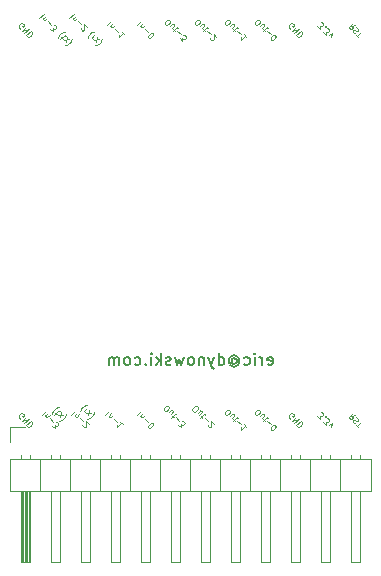
<source format=gbr>
%TF.GenerationSoftware,KiCad,Pcbnew,(6.0.9-0)*%
%TF.CreationDate,2022-11-13T08:04:19-06:00*%
%TF.ProjectId,ProgramingAddOn,50726f67-7261-46d6-996e-674164644f6e,rev?*%
%TF.SameCoordinates,Original*%
%TF.FileFunction,Legend,Bot*%
%TF.FilePolarity,Positive*%
%FSLAX46Y46*%
G04 Gerber Fmt 4.6, Leading zero omitted, Abs format (unit mm)*
G04 Created by KiCad (PCBNEW (6.0.9-0)) date 2022-11-13 08:04:19*
%MOMM*%
%LPD*%
G01*
G04 APERTURE LIST*
%ADD10C,0.100000*%
%ADD11C,0.150000*%
%ADD12C,0.120000*%
G04 APERTURE END LIST*
D10*
X88201311Y-81603536D02*
X88420177Y-81822402D01*
X88437013Y-81569864D01*
X88487521Y-81620372D01*
X88538028Y-81637208D01*
X88571700Y-81637208D01*
X88622208Y-81620372D01*
X88706387Y-81536192D01*
X88723223Y-81485685D01*
X88723223Y-81452013D01*
X88706387Y-81401505D01*
X88605372Y-81300490D01*
X88554864Y-81283654D01*
X88521192Y-81283654D01*
X88891582Y-81654043D02*
X88925253Y-81654043D01*
X88925253Y-81620372D01*
X88891582Y-81620372D01*
X88891582Y-81654043D01*
X88925253Y-81620372D01*
X88706387Y-82108612D02*
X88925253Y-82327478D01*
X88942089Y-82074940D01*
X88992597Y-82125448D01*
X89043104Y-82142284D01*
X89076776Y-82142284D01*
X89127284Y-82125448D01*
X89211463Y-82041269D01*
X89228299Y-81990761D01*
X89228299Y-81957089D01*
X89211463Y-81906582D01*
X89110448Y-81805566D01*
X89059940Y-81788730D01*
X89026269Y-81788730D01*
X89160956Y-82327478D02*
X89480837Y-82175956D01*
X89329314Y-82495837D01*
X65213794Y-81185349D02*
X64860241Y-81538902D01*
X65146451Y-81589410D02*
X65382153Y-81353707D01*
X65180123Y-81555738D02*
X65180123Y-81589410D01*
X65196958Y-81639917D01*
X65247466Y-81690425D01*
X65297974Y-81707261D01*
X65348481Y-81690425D01*
X65533676Y-81505230D01*
X65567348Y-81808276D02*
X65836722Y-82077650D01*
X65752542Y-82431204D02*
X65971409Y-82650070D01*
X65988245Y-82397532D01*
X66038752Y-82448039D01*
X66089260Y-82464875D01*
X66122932Y-82464875D01*
X66173439Y-82448039D01*
X66257619Y-82363860D01*
X66274455Y-82313352D01*
X66274455Y-82279681D01*
X66257619Y-82229173D01*
X66156603Y-82128158D01*
X66106096Y-82111322D01*
X66072424Y-82111322D01*
X66304928Y-80868666D02*
X66271256Y-80868666D01*
X66187076Y-80885502D01*
X66136569Y-80902338D01*
X66069225Y-80936009D01*
X65968210Y-81003353D01*
X65900866Y-81070696D01*
X65833523Y-81171712D01*
X65799851Y-81239055D01*
X65783015Y-81289563D01*
X65766179Y-81373742D01*
X65766179Y-81407414D01*
X66018718Y-81323234D02*
X66153405Y-81457922D01*
X65951374Y-81491593D02*
X66254420Y-81188547D01*
X66304928Y-81171712D01*
X66355435Y-81188547D01*
X66389107Y-81222219D01*
X66473286Y-81306399D02*
X66422779Y-81727296D01*
X66237584Y-81542101D02*
X66658481Y-81491593D01*
X66894183Y-81457922D02*
X66894183Y-81491593D01*
X66877347Y-81575773D01*
X66860511Y-81626280D01*
X66826840Y-81693624D01*
X66759496Y-81794639D01*
X66692153Y-81861983D01*
X66591137Y-81929326D01*
X66523794Y-81962998D01*
X66473286Y-81979834D01*
X66389107Y-81996670D01*
X66355435Y-81996670D01*
X91406328Y-81561446D02*
X91120118Y-81611954D01*
X91204297Y-81359416D02*
X90850744Y-81712969D01*
X90985431Y-81847656D01*
X91035938Y-81864492D01*
X91069610Y-81864492D01*
X91120118Y-81847656D01*
X91170625Y-81797148D01*
X91187461Y-81746641D01*
X91187461Y-81712969D01*
X91170625Y-81662461D01*
X91035938Y-81527774D01*
X91524179Y-81712969D02*
X91591522Y-81746641D01*
X91675702Y-81830820D01*
X91692538Y-81881328D01*
X91692538Y-81915000D01*
X91675702Y-81965507D01*
X91642030Y-81999179D01*
X91591522Y-82016015D01*
X91557851Y-82016015D01*
X91507343Y-81999179D01*
X91423164Y-81948671D01*
X91372656Y-81931835D01*
X91338984Y-81931835D01*
X91288477Y-81948671D01*
X91254805Y-81982343D01*
X91237969Y-82032851D01*
X91237969Y-82066522D01*
X91254805Y-82117030D01*
X91338984Y-82201209D01*
X91406328Y-82234881D01*
X91490507Y-82352732D02*
X91692538Y-82554763D01*
X91945076Y-82100194D02*
X91591522Y-82453748D01*
X85913849Y-81822402D02*
X85863341Y-81805566D01*
X85812834Y-81755059D01*
X85779162Y-81687715D01*
X85779162Y-81620372D01*
X85795998Y-81569864D01*
X85846505Y-81485685D01*
X85897013Y-81435177D01*
X85981192Y-81384669D01*
X86031700Y-81367834D01*
X86099043Y-81367834D01*
X86166387Y-81401505D01*
X86200059Y-81435177D01*
X86233730Y-81502521D01*
X86233730Y-81536192D01*
X86115879Y-81654043D01*
X86048536Y-81586700D01*
X86418925Y-81654043D02*
X86065372Y-82007597D01*
X86620956Y-81856074D01*
X86267402Y-82209627D01*
X86789314Y-82024433D02*
X86435761Y-82377986D01*
X86519940Y-82462165D01*
X86587284Y-82495837D01*
X86654627Y-82495837D01*
X86705135Y-82479001D01*
X86789314Y-82428494D01*
X86839822Y-82377986D01*
X86890330Y-82293807D01*
X86907165Y-82243299D01*
X86907165Y-82175956D01*
X86873494Y-82108612D01*
X86789314Y-82024433D01*
X63053849Y-48802402D02*
X63003341Y-48785566D01*
X62952834Y-48735059D01*
X62919162Y-48667715D01*
X62919162Y-48600372D01*
X62935998Y-48549864D01*
X62986505Y-48465685D01*
X63037013Y-48415177D01*
X63121192Y-48364669D01*
X63171700Y-48347834D01*
X63239043Y-48347834D01*
X63306387Y-48381505D01*
X63340059Y-48415177D01*
X63373730Y-48482521D01*
X63373730Y-48516192D01*
X63255879Y-48634043D01*
X63188536Y-48566700D01*
X63558925Y-48634043D02*
X63205372Y-48987597D01*
X63760956Y-48836074D01*
X63407402Y-49189627D01*
X63929314Y-49004433D02*
X63575761Y-49357986D01*
X63659940Y-49442165D01*
X63727284Y-49475837D01*
X63794627Y-49475837D01*
X63845135Y-49459001D01*
X63929314Y-49408494D01*
X63979822Y-49357986D01*
X64030330Y-49273807D01*
X64047165Y-49223299D01*
X64047165Y-49155956D01*
X64013494Y-49088612D01*
X63929314Y-49004433D01*
X75214750Y-81112730D02*
X75282093Y-81180074D01*
X75332601Y-81196909D01*
X75399945Y-81196909D01*
X75484124Y-81146402D01*
X75601975Y-81028551D01*
X75652483Y-80944371D01*
X75652483Y-80877028D01*
X75635647Y-80826520D01*
X75568303Y-80759177D01*
X75517796Y-80742341D01*
X75450452Y-80742341D01*
X75366273Y-80792848D01*
X75248422Y-80910700D01*
X75197914Y-80994879D01*
X75197914Y-81062222D01*
X75214750Y-81112730D01*
X75787170Y-81449448D02*
X76022872Y-81213745D01*
X75635647Y-81297925D02*
X75820841Y-81112730D01*
X75871349Y-81095894D01*
X75921857Y-81112730D01*
X75972364Y-81163238D01*
X75989200Y-81213745D01*
X75989200Y-81247417D01*
X75905021Y-81567299D02*
X76039708Y-81701986D01*
X75837677Y-81735658D02*
X76140723Y-81432612D01*
X76191231Y-81415776D01*
X76241738Y-81432612D01*
X76275410Y-81466283D01*
X76258574Y-81718822D02*
X76527948Y-81988196D01*
X76443769Y-82341749D02*
X76662635Y-82560615D01*
X76679471Y-82308077D01*
X76729979Y-82358585D01*
X76780486Y-82375421D01*
X76814158Y-82375421D01*
X76864666Y-82358585D01*
X76948845Y-82274406D01*
X76965681Y-82223898D01*
X76965681Y-82190226D01*
X76948845Y-82139719D01*
X76847830Y-82038703D01*
X76797322Y-82021867D01*
X76763651Y-82021867D01*
X82944534Y-48406759D02*
X83011877Y-48474103D01*
X83062385Y-48490938D01*
X83129729Y-48490938D01*
X83213908Y-48440431D01*
X83331759Y-48322580D01*
X83382267Y-48238400D01*
X83382267Y-48171057D01*
X83365431Y-48120549D01*
X83298087Y-48053206D01*
X83247580Y-48036370D01*
X83180236Y-48036370D01*
X83096057Y-48086877D01*
X82978206Y-48204729D01*
X82927698Y-48288908D01*
X82927698Y-48356251D01*
X82944534Y-48406759D01*
X83516954Y-48743477D02*
X83752656Y-48507774D01*
X83365431Y-48591954D02*
X83550625Y-48406759D01*
X83601133Y-48389923D01*
X83651641Y-48406759D01*
X83702148Y-48457267D01*
X83718984Y-48507774D01*
X83718984Y-48541446D01*
X83634805Y-48861328D02*
X83769492Y-48996015D01*
X83567461Y-49029687D02*
X83870507Y-48726641D01*
X83921015Y-48709805D01*
X83971522Y-48726641D01*
X84005194Y-48760312D01*
X83988358Y-49012851D02*
X84257732Y-49282225D01*
X84274568Y-49736793D02*
X84308240Y-49770465D01*
X84358748Y-49787301D01*
X84392419Y-49787301D01*
X84442927Y-49770465D01*
X84527106Y-49719957D01*
X84611286Y-49635778D01*
X84661793Y-49551599D01*
X84678629Y-49501091D01*
X84678629Y-49467419D01*
X84661793Y-49416912D01*
X84628122Y-49383240D01*
X84577614Y-49366404D01*
X84543942Y-49366404D01*
X84493435Y-49383240D01*
X84409255Y-49433748D01*
X84325076Y-49517927D01*
X84274568Y-49602106D01*
X84257732Y-49652614D01*
X84257732Y-49686286D01*
X84274568Y-49736793D01*
X88201311Y-48583536D02*
X88420177Y-48802402D01*
X88437013Y-48549864D01*
X88487521Y-48600372D01*
X88538028Y-48617208D01*
X88571700Y-48617208D01*
X88622208Y-48600372D01*
X88706387Y-48516192D01*
X88723223Y-48465685D01*
X88723223Y-48432013D01*
X88706387Y-48381505D01*
X88605372Y-48280490D01*
X88554864Y-48263654D01*
X88521192Y-48263654D01*
X88891582Y-48634043D02*
X88925253Y-48634043D01*
X88925253Y-48600372D01*
X88891582Y-48600372D01*
X88891582Y-48634043D01*
X88925253Y-48600372D01*
X88706387Y-49088612D02*
X88925253Y-49307478D01*
X88942089Y-49054940D01*
X88992597Y-49105448D01*
X89043104Y-49122284D01*
X89076776Y-49122284D01*
X89127284Y-49105448D01*
X89211463Y-49021269D01*
X89228299Y-48970761D01*
X89228299Y-48937089D01*
X89211463Y-48886582D01*
X89110448Y-48785566D01*
X89059940Y-48768730D01*
X89026269Y-48768730D01*
X89160956Y-49307478D02*
X89480837Y-49155956D01*
X89329314Y-49475837D01*
D11*
X83993809Y-77239761D02*
X84089047Y-77287380D01*
X84279523Y-77287380D01*
X84374761Y-77239761D01*
X84422380Y-77144523D01*
X84422380Y-76763571D01*
X84374761Y-76668333D01*
X84279523Y-76620714D01*
X84089047Y-76620714D01*
X83993809Y-76668333D01*
X83946190Y-76763571D01*
X83946190Y-76858809D01*
X84422380Y-76954047D01*
X83517619Y-77287380D02*
X83517619Y-76620714D01*
X83517619Y-76811190D02*
X83470000Y-76715952D01*
X83422380Y-76668333D01*
X83327142Y-76620714D01*
X83231904Y-76620714D01*
X82898571Y-77287380D02*
X82898571Y-76620714D01*
X82898571Y-76287380D02*
X82946190Y-76335000D01*
X82898571Y-76382619D01*
X82850952Y-76335000D01*
X82898571Y-76287380D01*
X82898571Y-76382619D01*
X81993809Y-77239761D02*
X82089047Y-77287380D01*
X82279523Y-77287380D01*
X82374761Y-77239761D01*
X82422380Y-77192142D01*
X82470000Y-77096904D01*
X82470000Y-76811190D01*
X82422380Y-76715952D01*
X82374761Y-76668333D01*
X82279523Y-76620714D01*
X82089047Y-76620714D01*
X81993809Y-76668333D01*
X80946190Y-76811190D02*
X80993809Y-76763571D01*
X81089047Y-76715952D01*
X81184285Y-76715952D01*
X81279523Y-76763571D01*
X81327142Y-76811190D01*
X81374761Y-76906428D01*
X81374761Y-77001666D01*
X81327142Y-77096904D01*
X81279523Y-77144523D01*
X81184285Y-77192142D01*
X81089047Y-77192142D01*
X80993809Y-77144523D01*
X80946190Y-77096904D01*
X80946190Y-76715952D02*
X80946190Y-77096904D01*
X80898571Y-77144523D01*
X80850952Y-77144523D01*
X80755714Y-77096904D01*
X80708095Y-77001666D01*
X80708095Y-76763571D01*
X80803333Y-76620714D01*
X80946190Y-76525476D01*
X81136666Y-76477857D01*
X81327142Y-76525476D01*
X81470000Y-76620714D01*
X81565238Y-76763571D01*
X81612857Y-76954047D01*
X81565238Y-77144523D01*
X81470000Y-77287380D01*
X81327142Y-77382619D01*
X81136666Y-77430238D01*
X80946190Y-77382619D01*
X80803333Y-77287380D01*
X79850952Y-77287380D02*
X79850952Y-76287380D01*
X79850952Y-77239761D02*
X79946190Y-77287380D01*
X80136666Y-77287380D01*
X80231904Y-77239761D01*
X80279523Y-77192142D01*
X80327142Y-77096904D01*
X80327142Y-76811190D01*
X80279523Y-76715952D01*
X80231904Y-76668333D01*
X80136666Y-76620714D01*
X79946190Y-76620714D01*
X79850952Y-76668333D01*
X79470000Y-76620714D02*
X79231904Y-77287380D01*
X78993809Y-76620714D02*
X79231904Y-77287380D01*
X79327142Y-77525476D01*
X79374761Y-77573095D01*
X79470000Y-77620714D01*
X78612857Y-76620714D02*
X78612857Y-77287380D01*
X78612857Y-76715952D02*
X78565238Y-76668333D01*
X78470000Y-76620714D01*
X78327142Y-76620714D01*
X78231904Y-76668333D01*
X78184285Y-76763571D01*
X78184285Y-77287380D01*
X77565238Y-77287380D02*
X77660476Y-77239761D01*
X77708095Y-77192142D01*
X77755714Y-77096904D01*
X77755714Y-76811190D01*
X77708095Y-76715952D01*
X77660476Y-76668333D01*
X77565238Y-76620714D01*
X77422380Y-76620714D01*
X77327142Y-76668333D01*
X77279523Y-76715952D01*
X77231904Y-76811190D01*
X77231904Y-77096904D01*
X77279523Y-77192142D01*
X77327142Y-77239761D01*
X77422380Y-77287380D01*
X77565238Y-77287380D01*
X76898571Y-76620714D02*
X76708095Y-77287380D01*
X76517619Y-76811190D01*
X76327142Y-77287380D01*
X76136666Y-76620714D01*
X75803333Y-77239761D02*
X75708095Y-77287380D01*
X75517619Y-77287380D01*
X75422380Y-77239761D01*
X75374761Y-77144523D01*
X75374761Y-77096904D01*
X75422380Y-77001666D01*
X75517619Y-76954047D01*
X75660476Y-76954047D01*
X75755714Y-76906428D01*
X75803333Y-76811190D01*
X75803333Y-76763571D01*
X75755714Y-76668333D01*
X75660476Y-76620714D01*
X75517619Y-76620714D01*
X75422380Y-76668333D01*
X74946190Y-77287380D02*
X74946190Y-76287380D01*
X74850952Y-76906428D02*
X74565238Y-77287380D01*
X74565238Y-76620714D02*
X74946190Y-77001666D01*
X74136666Y-77287380D02*
X74136666Y-76620714D01*
X74136666Y-76287380D02*
X74184285Y-76335000D01*
X74136666Y-76382619D01*
X74089047Y-76335000D01*
X74136666Y-76287380D01*
X74136666Y-76382619D01*
X73660476Y-77192142D02*
X73612857Y-77239761D01*
X73660476Y-77287380D01*
X73708095Y-77239761D01*
X73660476Y-77192142D01*
X73660476Y-77287380D01*
X72755714Y-77239761D02*
X72850952Y-77287380D01*
X73041428Y-77287380D01*
X73136666Y-77239761D01*
X73184285Y-77192142D01*
X73231904Y-77096904D01*
X73231904Y-76811190D01*
X73184285Y-76715952D01*
X73136666Y-76668333D01*
X73041428Y-76620714D01*
X72850952Y-76620714D01*
X72755714Y-76668333D01*
X72184285Y-77287380D02*
X72279523Y-77239761D01*
X72327142Y-77192142D01*
X72374761Y-77096904D01*
X72374761Y-76811190D01*
X72327142Y-76715952D01*
X72279523Y-76668333D01*
X72184285Y-76620714D01*
X72041428Y-76620714D01*
X71946190Y-76668333D01*
X71898571Y-76715952D01*
X71850952Y-76811190D01*
X71850952Y-77096904D01*
X71898571Y-77192142D01*
X71946190Y-77239761D01*
X72041428Y-77287380D01*
X72184285Y-77287380D01*
X71422380Y-77287380D02*
X71422380Y-76620714D01*
X71422380Y-76715952D02*
X71374761Y-76668333D01*
X71279523Y-76620714D01*
X71136666Y-76620714D01*
X71041428Y-76668333D01*
X70993809Y-76763571D01*
X70993809Y-77287380D01*
X70993809Y-76763571D02*
X70946190Y-76668333D01*
X70850952Y-76620714D01*
X70708095Y-76620714D01*
X70612857Y-76668333D01*
X70565238Y-76763571D01*
X70565238Y-77287380D01*
D10*
X80404534Y-81426759D02*
X80471877Y-81494103D01*
X80522385Y-81510938D01*
X80589729Y-81510938D01*
X80673908Y-81460431D01*
X80791759Y-81342580D01*
X80842267Y-81258400D01*
X80842267Y-81191057D01*
X80825431Y-81140549D01*
X80758087Y-81073206D01*
X80707580Y-81056370D01*
X80640236Y-81056370D01*
X80556057Y-81106877D01*
X80438206Y-81224729D01*
X80387698Y-81308908D01*
X80387698Y-81376251D01*
X80404534Y-81426759D01*
X80976954Y-81763477D02*
X81212656Y-81527774D01*
X80825431Y-81611954D02*
X81010625Y-81426759D01*
X81061133Y-81409923D01*
X81111641Y-81426759D01*
X81162148Y-81477267D01*
X81178984Y-81527774D01*
X81178984Y-81561446D01*
X81094805Y-81881328D02*
X81229492Y-82016015D01*
X81027461Y-82049687D02*
X81330507Y-81746641D01*
X81381015Y-81729805D01*
X81431522Y-81746641D01*
X81465194Y-81780312D01*
X81448358Y-82032851D02*
X81717732Y-82302225D01*
X82205973Y-82521091D02*
X82003942Y-82319061D01*
X82104957Y-82420076D02*
X81751404Y-82773629D01*
X81768240Y-82689450D01*
X81768240Y-82622106D01*
X81751404Y-82571599D01*
X67569847Y-47564965D02*
X67216294Y-47918519D01*
X67502503Y-47969026D02*
X67738206Y-47733324D01*
X67536175Y-47935355D02*
X67536175Y-47969026D01*
X67553011Y-48019534D01*
X67603519Y-48070042D01*
X67654026Y-48086877D01*
X67704534Y-48070042D01*
X67889729Y-47884847D01*
X67923400Y-48187893D02*
X68192774Y-48457267D01*
X68159103Y-48793984D02*
X68159103Y-48827656D01*
X68175938Y-48878164D01*
X68260118Y-48962343D01*
X68310625Y-48979179D01*
X68344297Y-48979179D01*
X68394805Y-48962343D01*
X68428477Y-48928671D01*
X68462148Y-48861328D01*
X68462148Y-48457267D01*
X68681015Y-48676133D01*
X69337614Y-49063358D02*
X69303942Y-49063358D01*
X69219763Y-49080194D01*
X69169255Y-49097030D01*
X69101912Y-49130702D01*
X69000896Y-49198045D01*
X68933553Y-49265389D01*
X68866209Y-49366404D01*
X68832538Y-49433748D01*
X68815702Y-49484255D01*
X68798866Y-49568435D01*
X68798866Y-49602106D01*
X69337614Y-49332732D02*
X69101912Y-49568435D01*
X69169255Y-49501091D02*
X69152419Y-49551599D01*
X69152419Y-49585270D01*
X69169255Y-49635778D01*
X69202927Y-49669450D01*
X69522809Y-49517927D02*
X69472301Y-49938824D01*
X69287106Y-49753629D02*
X69708003Y-49703122D01*
X69943705Y-49669450D02*
X69943705Y-49703122D01*
X69926870Y-49787301D01*
X69910034Y-49837809D01*
X69876362Y-49905152D01*
X69809018Y-50006167D01*
X69741675Y-50073511D01*
X69640660Y-50140854D01*
X69573316Y-50174526D01*
X69522809Y-50191362D01*
X69438629Y-50208198D01*
X69404957Y-50208198D01*
X91406328Y-48541446D02*
X91120118Y-48591954D01*
X91204297Y-48339416D02*
X90850744Y-48692969D01*
X90985431Y-48827656D01*
X91035938Y-48844492D01*
X91069610Y-48844492D01*
X91120118Y-48827656D01*
X91170625Y-48777148D01*
X91187461Y-48726641D01*
X91187461Y-48692969D01*
X91170625Y-48642461D01*
X91035938Y-48507774D01*
X91524179Y-48692969D02*
X91591522Y-48726641D01*
X91675702Y-48810820D01*
X91692538Y-48861328D01*
X91692538Y-48895000D01*
X91675702Y-48945507D01*
X91642030Y-48979179D01*
X91591522Y-48996015D01*
X91557851Y-48996015D01*
X91507343Y-48979179D01*
X91423164Y-48928671D01*
X91372656Y-48911835D01*
X91338984Y-48911835D01*
X91288477Y-48928671D01*
X91254805Y-48962343D01*
X91237969Y-49012851D01*
X91237969Y-49046522D01*
X91254805Y-49097030D01*
X91338984Y-49181209D01*
X91406328Y-49214881D01*
X91490507Y-49332732D02*
X91692538Y-49534763D01*
X91945076Y-49080194D02*
X91591522Y-49433748D01*
X77651763Y-81147879D02*
X77719106Y-81215223D01*
X77769614Y-81232058D01*
X77836958Y-81232058D01*
X77921137Y-81181551D01*
X78038988Y-81063700D01*
X78089496Y-80979520D01*
X78089496Y-80912177D01*
X78072660Y-80861669D01*
X78005316Y-80794326D01*
X77954809Y-80777490D01*
X77887465Y-80777490D01*
X77803286Y-80827997D01*
X77685435Y-80945849D01*
X77634927Y-81030028D01*
X77634927Y-81097371D01*
X77651763Y-81147879D01*
X78224183Y-81484597D02*
X78459885Y-81248894D01*
X78072660Y-81333074D02*
X78257854Y-81147879D01*
X78308362Y-81131043D01*
X78358870Y-81147879D01*
X78409377Y-81198387D01*
X78426213Y-81248894D01*
X78426213Y-81282566D01*
X78342034Y-81602448D02*
X78476721Y-81737135D01*
X78274690Y-81770807D02*
X78577736Y-81467761D01*
X78628244Y-81450925D01*
X78678751Y-81467761D01*
X78712423Y-81501432D01*
X78695587Y-81753971D02*
X78964961Y-82023345D01*
X78931290Y-82360062D02*
X78931290Y-82393734D01*
X78948125Y-82444242D01*
X79032305Y-82528421D01*
X79082812Y-82545257D01*
X79116484Y-82545257D01*
X79166992Y-82528421D01*
X79200664Y-82494749D01*
X79234335Y-82427406D01*
X79234335Y-82023345D01*
X79453202Y-82242211D01*
X75324534Y-48406759D02*
X75391877Y-48474103D01*
X75442385Y-48490938D01*
X75509729Y-48490938D01*
X75593908Y-48440431D01*
X75711759Y-48322580D01*
X75762267Y-48238400D01*
X75762267Y-48171057D01*
X75745431Y-48120549D01*
X75678087Y-48053206D01*
X75627580Y-48036370D01*
X75560236Y-48036370D01*
X75476057Y-48086877D01*
X75358206Y-48204729D01*
X75307698Y-48288908D01*
X75307698Y-48356251D01*
X75324534Y-48406759D01*
X75896954Y-48743477D02*
X76132656Y-48507774D01*
X75745431Y-48591954D02*
X75930625Y-48406759D01*
X75981133Y-48389923D01*
X76031641Y-48406759D01*
X76082148Y-48457267D01*
X76098984Y-48507774D01*
X76098984Y-48541446D01*
X76014805Y-48861328D02*
X76149492Y-48996015D01*
X75947461Y-49029687D02*
X76250507Y-48726641D01*
X76301015Y-48709805D01*
X76351522Y-48726641D01*
X76385194Y-48760312D01*
X76368358Y-49012851D02*
X76637732Y-49282225D01*
X76553553Y-49635778D02*
X76772419Y-49854644D01*
X76789255Y-49602106D01*
X76839763Y-49652614D01*
X76890270Y-49669450D01*
X76923942Y-49669450D01*
X76974450Y-49652614D01*
X77058629Y-49568435D01*
X77075465Y-49517927D01*
X77075465Y-49484255D01*
X77058629Y-49433748D01*
X76957614Y-49332732D01*
X76907106Y-49315896D01*
X76873435Y-49315896D01*
X85913849Y-48802402D02*
X85863341Y-48785566D01*
X85812834Y-48735059D01*
X85779162Y-48667715D01*
X85779162Y-48600372D01*
X85795998Y-48549864D01*
X85846505Y-48465685D01*
X85897013Y-48415177D01*
X85981192Y-48364669D01*
X86031700Y-48347834D01*
X86099043Y-48347834D01*
X86166387Y-48381505D01*
X86200059Y-48415177D01*
X86233730Y-48482521D01*
X86233730Y-48516192D01*
X86115879Y-48634043D01*
X86048536Y-48566700D01*
X86418925Y-48634043D02*
X86065372Y-48987597D01*
X86620956Y-48836074D01*
X86267402Y-49189627D01*
X86789314Y-49004433D02*
X86435761Y-49357986D01*
X86519940Y-49442165D01*
X86587284Y-49475837D01*
X86654627Y-49475837D01*
X86705135Y-49459001D01*
X86789314Y-49408494D01*
X86839822Y-49357986D01*
X86890330Y-49273807D01*
X86907165Y-49223299D01*
X86907165Y-49155956D01*
X86873494Y-49088612D01*
X86789314Y-49004433D01*
X73272774Y-48187893D02*
X72919221Y-48541446D01*
X73205431Y-48591954D02*
X73441133Y-48356251D01*
X73239103Y-48558282D02*
X73239103Y-48591954D01*
X73255938Y-48642461D01*
X73306446Y-48692969D01*
X73356954Y-48709805D01*
X73407461Y-48692969D01*
X73592656Y-48507774D01*
X73626328Y-48810820D02*
X73895702Y-49080194D01*
X73912538Y-49534763D02*
X73946209Y-49568435D01*
X73996717Y-49585270D01*
X74030389Y-49585270D01*
X74080896Y-49568435D01*
X74165076Y-49517927D01*
X74249255Y-49433748D01*
X74299763Y-49349568D01*
X74316599Y-49299061D01*
X74316599Y-49265389D01*
X74299763Y-49214881D01*
X74266091Y-49181209D01*
X74215583Y-49164374D01*
X74181912Y-49164374D01*
X74131404Y-49181209D01*
X74047225Y-49231717D01*
X73963045Y-49315896D01*
X73912538Y-49400076D01*
X73895702Y-49450583D01*
X73895702Y-49484255D01*
X73912538Y-49534763D01*
X82944534Y-81426759D02*
X83011877Y-81494103D01*
X83062385Y-81510938D01*
X83129729Y-81510938D01*
X83213908Y-81460431D01*
X83331759Y-81342580D01*
X83382267Y-81258400D01*
X83382267Y-81191057D01*
X83365431Y-81140549D01*
X83298087Y-81073206D01*
X83247580Y-81056370D01*
X83180236Y-81056370D01*
X83096057Y-81106877D01*
X82978206Y-81224729D01*
X82927698Y-81308908D01*
X82927698Y-81376251D01*
X82944534Y-81426759D01*
X83516954Y-81763477D02*
X83752656Y-81527774D01*
X83365431Y-81611954D02*
X83550625Y-81426759D01*
X83601133Y-81409923D01*
X83651641Y-81426759D01*
X83702148Y-81477267D01*
X83718984Y-81527774D01*
X83718984Y-81561446D01*
X83634805Y-81881328D02*
X83769492Y-82016015D01*
X83567461Y-82049687D02*
X83870507Y-81746641D01*
X83921015Y-81729805D01*
X83971522Y-81746641D01*
X84005194Y-81780312D01*
X83988358Y-82032851D02*
X84257732Y-82302225D01*
X84274568Y-82756793D02*
X84308240Y-82790465D01*
X84358748Y-82807301D01*
X84392419Y-82807301D01*
X84442927Y-82790465D01*
X84527106Y-82739957D01*
X84611286Y-82655778D01*
X84661793Y-82571599D01*
X84678629Y-82521091D01*
X84678629Y-82487419D01*
X84661793Y-82436912D01*
X84628122Y-82403240D01*
X84577614Y-82386404D01*
X84543942Y-82386404D01*
X84493435Y-82403240D01*
X84409255Y-82453748D01*
X84325076Y-82537927D01*
X84274568Y-82622106D01*
X84257732Y-82672614D01*
X84257732Y-82706286D01*
X84274568Y-82756793D01*
X70732774Y-48187893D02*
X70379221Y-48541446D01*
X70665431Y-48591954D02*
X70901133Y-48356251D01*
X70699103Y-48558282D02*
X70699103Y-48591954D01*
X70715938Y-48642461D01*
X70766446Y-48692969D01*
X70816954Y-48709805D01*
X70867461Y-48692969D01*
X71052656Y-48507774D01*
X71086328Y-48810820D02*
X71355702Y-49080194D01*
X71843942Y-49299061D02*
X71641912Y-49097030D01*
X71742927Y-49198045D02*
X71389374Y-49551599D01*
X71406209Y-49467419D01*
X71406209Y-49400076D01*
X71389374Y-49349568D01*
X63053849Y-81822402D02*
X63003341Y-81805566D01*
X62952834Y-81755059D01*
X62919162Y-81687715D01*
X62919162Y-81620372D01*
X62935998Y-81569864D01*
X62986505Y-81485685D01*
X63037013Y-81435177D01*
X63121192Y-81384669D01*
X63171700Y-81367834D01*
X63239043Y-81367834D01*
X63306387Y-81401505D01*
X63340059Y-81435177D01*
X63373730Y-81502521D01*
X63373730Y-81536192D01*
X63255879Y-81654043D01*
X63188536Y-81586700D01*
X63558925Y-81654043D02*
X63205372Y-82007597D01*
X63760956Y-81856074D01*
X63407402Y-82209627D01*
X63929314Y-82024433D02*
X63575761Y-82377986D01*
X63659940Y-82462165D01*
X63727284Y-82495837D01*
X63794627Y-82495837D01*
X63845135Y-82479001D01*
X63929314Y-82428494D01*
X63979822Y-82377986D01*
X64030330Y-82293807D01*
X64047165Y-82243299D01*
X64047165Y-82175956D01*
X64013494Y-82108612D01*
X63929314Y-82024433D01*
X70606353Y-81207893D02*
X70252800Y-81561446D01*
X70539010Y-81611954D02*
X70774712Y-81376251D01*
X70572682Y-81578282D02*
X70572682Y-81611954D01*
X70589517Y-81662461D01*
X70640025Y-81712969D01*
X70690533Y-81729805D01*
X70741040Y-81712969D01*
X70926235Y-81527774D01*
X70959907Y-81830820D02*
X71229281Y-82100194D01*
X71717521Y-82319061D02*
X71515491Y-82117030D01*
X71616506Y-82218045D02*
X71262953Y-82571599D01*
X71279788Y-82487419D01*
X71279788Y-82420076D01*
X71262953Y-82369568D01*
X73272774Y-81207893D02*
X72919221Y-81561446D01*
X73205431Y-81611954D02*
X73441133Y-81376251D01*
X73239103Y-81578282D02*
X73239103Y-81611954D01*
X73255938Y-81662461D01*
X73306446Y-81712969D01*
X73356954Y-81729805D01*
X73407461Y-81712969D01*
X73592656Y-81527774D01*
X73626328Y-81830820D02*
X73895702Y-82100194D01*
X73912538Y-82554763D02*
X73946209Y-82588435D01*
X73996717Y-82605270D01*
X74030389Y-82605270D01*
X74080896Y-82588435D01*
X74165076Y-82537927D01*
X74249255Y-82453748D01*
X74299763Y-82369568D01*
X74316599Y-82319061D01*
X74316599Y-82285389D01*
X74299763Y-82234881D01*
X74266091Y-82201209D01*
X74215583Y-82184374D01*
X74181912Y-82184374D01*
X74131404Y-82201209D01*
X74047225Y-82251717D01*
X73963045Y-82335896D01*
X73912538Y-82420076D01*
X73895702Y-82470583D01*
X73895702Y-82504255D01*
X73912538Y-82554763D01*
X65038265Y-47573383D02*
X64684712Y-47926937D01*
X64970921Y-47977444D02*
X65206624Y-47741742D01*
X65004593Y-47943773D02*
X65004593Y-47977444D01*
X65021429Y-48027952D01*
X65071937Y-48078460D01*
X65122444Y-48095295D01*
X65172952Y-48078460D01*
X65358147Y-47893265D01*
X65391818Y-48196311D02*
X65661192Y-48465685D01*
X65577013Y-48819238D02*
X65795879Y-49038104D01*
X65812715Y-48785566D01*
X65863223Y-48836074D01*
X65913730Y-48852910D01*
X65947402Y-48852910D01*
X65997910Y-48836074D01*
X66082089Y-48751895D01*
X66098925Y-48701387D01*
X66098925Y-48667715D01*
X66082089Y-48617208D01*
X65981074Y-48516192D01*
X65930566Y-48499356D01*
X65896895Y-48499356D01*
X66806032Y-49071776D02*
X66772360Y-49071776D01*
X66688181Y-49088612D01*
X66637673Y-49105448D01*
X66570330Y-49139120D01*
X66469314Y-49206463D01*
X66401971Y-49273807D01*
X66334627Y-49374822D01*
X66300956Y-49442165D01*
X66284120Y-49492673D01*
X66267284Y-49576852D01*
X66267284Y-49610524D01*
X66519822Y-49526345D02*
X66654509Y-49661032D01*
X66452478Y-49694704D02*
X66755524Y-49391658D01*
X66806032Y-49374822D01*
X66856539Y-49391658D01*
X66890211Y-49425330D01*
X66974391Y-49509509D02*
X66923883Y-49930406D01*
X66738688Y-49745211D02*
X67159585Y-49694704D01*
X67395287Y-49661032D02*
X67395287Y-49694704D01*
X67378452Y-49778883D01*
X67361616Y-49829391D01*
X67327944Y-49896734D01*
X67260600Y-49997749D01*
X67193257Y-50065093D01*
X67092242Y-50132436D01*
X67024898Y-50166108D01*
X66974391Y-50182944D01*
X66890211Y-50199780D01*
X66856539Y-50199780D01*
X67732417Y-81143324D02*
X67378864Y-81496877D01*
X67665074Y-81547385D02*
X67900776Y-81311682D01*
X67698746Y-81513713D02*
X67698746Y-81547385D01*
X67715581Y-81597892D01*
X67766089Y-81648400D01*
X67816597Y-81665236D01*
X67867104Y-81648400D01*
X68052299Y-81463205D01*
X68085971Y-81766251D02*
X68355345Y-82035625D01*
X68321673Y-82372343D02*
X68321673Y-82406014D01*
X68338509Y-82456522D01*
X68422688Y-82540701D01*
X68473196Y-82557537D01*
X68506868Y-82557537D01*
X68557375Y-82540701D01*
X68591047Y-82507030D01*
X68624719Y-82439686D01*
X68624719Y-82035625D01*
X68843585Y-82254492D01*
X68680446Y-80683536D02*
X68646774Y-80683536D01*
X68562594Y-80700372D01*
X68512087Y-80717208D01*
X68444743Y-80750879D01*
X68343728Y-80818223D01*
X68276385Y-80885566D01*
X68209041Y-80986582D01*
X68175369Y-81053925D01*
X68158533Y-81104433D01*
X68141698Y-81188612D01*
X68141698Y-81222284D01*
X68680446Y-80952910D02*
X68444743Y-81188612D01*
X68512087Y-81121269D02*
X68495251Y-81171776D01*
X68495251Y-81205448D01*
X68512087Y-81255956D01*
X68545759Y-81289627D01*
X68865640Y-81138105D02*
X68815133Y-81559001D01*
X68629938Y-81373807D02*
X69050835Y-81323299D01*
X69286537Y-81289627D02*
X69286537Y-81323299D01*
X69269701Y-81407479D01*
X69252865Y-81457986D01*
X69219194Y-81525330D01*
X69151850Y-81626345D01*
X69084507Y-81693688D01*
X68983491Y-81761032D01*
X68916148Y-81794704D01*
X68865640Y-81811540D01*
X68781461Y-81828375D01*
X68747789Y-81828375D01*
X80404534Y-48406759D02*
X80471877Y-48474103D01*
X80522385Y-48490938D01*
X80589729Y-48490938D01*
X80673908Y-48440431D01*
X80791759Y-48322580D01*
X80842267Y-48238400D01*
X80842267Y-48171057D01*
X80825431Y-48120549D01*
X80758087Y-48053206D01*
X80707580Y-48036370D01*
X80640236Y-48036370D01*
X80556057Y-48086877D01*
X80438206Y-48204729D01*
X80387698Y-48288908D01*
X80387698Y-48356251D01*
X80404534Y-48406759D01*
X80976954Y-48743477D02*
X81212656Y-48507774D01*
X80825431Y-48591954D02*
X81010625Y-48406759D01*
X81061133Y-48389923D01*
X81111641Y-48406759D01*
X81162148Y-48457267D01*
X81178984Y-48507774D01*
X81178984Y-48541446D01*
X81094805Y-48861328D02*
X81229492Y-48996015D01*
X81027461Y-49029687D02*
X81330507Y-48726641D01*
X81381015Y-48709805D01*
X81431522Y-48726641D01*
X81465194Y-48760312D01*
X81448358Y-49012851D02*
X81717732Y-49282225D01*
X82205973Y-49501091D02*
X82003942Y-49299061D01*
X82104957Y-49400076D02*
X81751404Y-49753629D01*
X81768240Y-49669450D01*
X81768240Y-49602106D01*
X81751404Y-49551599D01*
X77864534Y-48406759D02*
X77931877Y-48474103D01*
X77982385Y-48490938D01*
X78049729Y-48490938D01*
X78133908Y-48440431D01*
X78251759Y-48322580D01*
X78302267Y-48238400D01*
X78302267Y-48171057D01*
X78285431Y-48120549D01*
X78218087Y-48053206D01*
X78167580Y-48036370D01*
X78100236Y-48036370D01*
X78016057Y-48086877D01*
X77898206Y-48204729D01*
X77847698Y-48288908D01*
X77847698Y-48356251D01*
X77864534Y-48406759D01*
X78436954Y-48743477D02*
X78672656Y-48507774D01*
X78285431Y-48591954D02*
X78470625Y-48406759D01*
X78521133Y-48389923D01*
X78571641Y-48406759D01*
X78622148Y-48457267D01*
X78638984Y-48507774D01*
X78638984Y-48541446D01*
X78554805Y-48861328D02*
X78689492Y-48996015D01*
X78487461Y-49029687D02*
X78790507Y-48726641D01*
X78841015Y-48709805D01*
X78891522Y-48726641D01*
X78925194Y-48760312D01*
X78908358Y-49012851D02*
X79177732Y-49282225D01*
X79144061Y-49618942D02*
X79144061Y-49652614D01*
X79160896Y-49703122D01*
X79245076Y-49787301D01*
X79295583Y-49804137D01*
X79329255Y-49804137D01*
X79379763Y-49787301D01*
X79413435Y-49753629D01*
X79447106Y-49686286D01*
X79447106Y-49282225D01*
X79665973Y-49501091D01*
D12*
%TO.C,J5*%
X66420000Y-84872929D02*
X66420000Y-85270000D01*
X86740000Y-84872929D02*
X86740000Y-85270000D01*
X63880000Y-84940000D02*
X63880000Y-85270000D01*
X85980000Y-84872929D02*
X85980000Y-85270000D01*
X69850000Y-85270000D02*
X69850000Y-87930000D01*
X62230000Y-82560000D02*
X62230000Y-83830000D01*
X91820000Y-93930000D02*
X91820000Y-87930000D01*
X70740000Y-84872929D02*
X70740000Y-85270000D01*
X82550000Y-85270000D02*
X82550000Y-87930000D01*
X78360000Y-93930000D02*
X79120000Y-93930000D01*
X85980000Y-93930000D02*
X86740000Y-93930000D01*
X63500000Y-82560000D02*
X62230000Y-82560000D01*
X73280000Y-93930000D02*
X74040000Y-93930000D01*
X73280000Y-84872929D02*
X73280000Y-85270000D01*
X63880000Y-93930000D02*
X63880000Y-87930000D01*
X91820000Y-84872929D02*
X91820000Y-85270000D01*
X63300000Y-87930000D02*
X63300000Y-93930000D01*
X76580000Y-84872929D02*
X76580000Y-85270000D01*
X84200000Y-84872929D02*
X84200000Y-85270000D01*
X63540000Y-87930000D02*
X63540000Y-93930000D01*
X80900000Y-93930000D02*
X81660000Y-93930000D01*
X84200000Y-93930000D02*
X84200000Y-87930000D01*
X88520000Y-87930000D02*
X88520000Y-93930000D01*
X80900000Y-84872929D02*
X80900000Y-85270000D01*
X75820000Y-93930000D02*
X76580000Y-93930000D01*
X68200000Y-93930000D02*
X68960000Y-93930000D01*
X88520000Y-93930000D02*
X89280000Y-93930000D01*
X91060000Y-87930000D02*
X91060000Y-93930000D01*
X87630000Y-85270000D02*
X87630000Y-87930000D01*
X78360000Y-87930000D02*
X78360000Y-93930000D01*
X63120000Y-87930000D02*
X63120000Y-93930000D01*
X80900000Y-87930000D02*
X80900000Y-93930000D01*
X72390000Y-85270000D02*
X72390000Y-87930000D01*
X63420000Y-87930000D02*
X63420000Y-93930000D01*
X92770000Y-85270000D02*
X92770000Y-87930000D01*
X68200000Y-84872929D02*
X68200000Y-85270000D01*
X64770000Y-85270000D02*
X64770000Y-87930000D01*
X67310000Y-85270000D02*
X67310000Y-87930000D01*
X89280000Y-93930000D02*
X89280000Y-87930000D01*
X75820000Y-84872929D02*
X75820000Y-85270000D01*
X66420000Y-93930000D02*
X66420000Y-87930000D01*
X73280000Y-87930000D02*
X73280000Y-93930000D01*
X62170000Y-85270000D02*
X92770000Y-85270000D01*
X79120000Y-84872929D02*
X79120000Y-85270000D01*
X81660000Y-93930000D02*
X81660000Y-87930000D01*
X77470000Y-85270000D02*
X77470000Y-87930000D01*
X85980000Y-87930000D02*
X85980000Y-93930000D01*
X76580000Y-93930000D02*
X76580000Y-87930000D01*
X71500000Y-93930000D02*
X71500000Y-87930000D01*
X62170000Y-87930000D02*
X62170000Y-85270000D01*
X85090000Y-85270000D02*
X85090000Y-87930000D01*
X86740000Y-93930000D02*
X86740000Y-87930000D01*
X78360000Y-84872929D02*
X78360000Y-85270000D01*
X74040000Y-93930000D02*
X74040000Y-87930000D01*
X68960000Y-93930000D02*
X68960000Y-87930000D01*
X63180000Y-87930000D02*
X63180000Y-93930000D01*
X68200000Y-87930000D02*
X68200000Y-93930000D01*
X68960000Y-84872929D02*
X68960000Y-85270000D01*
X65660000Y-84872929D02*
X65660000Y-85270000D01*
X81660000Y-84872929D02*
X81660000Y-85270000D01*
X79120000Y-93930000D02*
X79120000Y-87930000D01*
X63120000Y-93930000D02*
X63880000Y-93930000D01*
X74040000Y-84872929D02*
X74040000Y-85270000D01*
X92770000Y-87930000D02*
X62170000Y-87930000D01*
X88520000Y-84872929D02*
X88520000Y-85270000D01*
X70740000Y-87930000D02*
X70740000Y-93930000D01*
X83440000Y-84872929D02*
X83440000Y-85270000D01*
X91060000Y-84872929D02*
X91060000Y-85270000D01*
X90170000Y-85270000D02*
X90170000Y-87930000D01*
X63660000Y-87930000D02*
X63660000Y-93930000D01*
X65660000Y-87930000D02*
X65660000Y-93930000D01*
X65660000Y-93930000D02*
X66420000Y-93930000D01*
X80010000Y-85270000D02*
X80010000Y-87930000D01*
X89280000Y-84872929D02*
X89280000Y-85270000D01*
X74930000Y-85270000D02*
X74930000Y-87930000D01*
X75820000Y-87930000D02*
X75820000Y-93930000D01*
X83440000Y-93930000D02*
X84200000Y-93930000D01*
X71500000Y-84872929D02*
X71500000Y-85270000D01*
X63780000Y-87930000D02*
X63780000Y-93930000D01*
X91060000Y-93930000D02*
X91820000Y-93930000D01*
X70740000Y-93930000D02*
X71500000Y-93930000D01*
X63120000Y-84940000D02*
X63120000Y-85270000D01*
X83440000Y-87930000D02*
X83440000Y-93930000D01*
%TD*%
M02*

</source>
